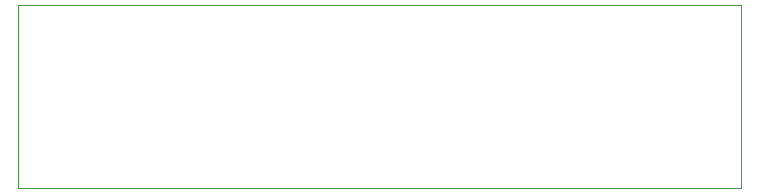
<source format=gbr>
G04 #@! TF.GenerationSoftware,KiCad,Pcbnew,(5.1.2)-2*
G04 #@! TF.CreationDate,2019-08-07T20:06:56+08:00*
G04 #@! TF.ProjectId,pillf4,70696c6c-6634-42e6-9b69-6361645f7063,rev?*
G04 #@! TF.SameCoordinates,PXffeaaef8PYff89ca48*
G04 #@! TF.FileFunction,Profile,NP*
%FSLAX46Y46*%
G04 Gerber Fmt 4.6, Leading zero omitted, Abs format (unit mm)*
G04 Created by KiCad (PCBNEW (5.1.2)-2) date 2019-08-07 20:06:56*
%MOMM*%
%LPD*%
G04 APERTURE LIST*
%ADD10C,0.050000*%
G04 APERTURE END LIST*
D10*
X61214000Y0D02*
X0Y0D01*
X61214000Y-15494000D02*
X61214000Y0D01*
X0Y-15494000D02*
X61214000Y-15494000D01*
X0Y0D02*
X0Y-15494000D01*
M02*

</source>
